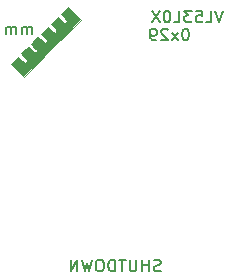
<source format=gbr>
G04 #@! TF.GenerationSoftware,KiCad,Pcbnew,(5.1.5)-3*
G04 #@! TF.CreationDate,2020-12-21T12:43:05+01:00*
G04 #@! TF.ProjectId,epimetheus_vl53l0x,6570696d-6574-4686-9575-735f766c3533,rev?*
G04 #@! TF.SameCoordinates,Original*
G04 #@! TF.FileFunction,Legend,Bot*
G04 #@! TF.FilePolarity,Positive*
%FSLAX46Y46*%
G04 Gerber Fmt 4.6, Leading zero omitted, Abs format (unit mm)*
G04 Created by KiCad (PCBNEW (5.1.5)-3) date 2020-12-21 12:43:05*
%MOMM*%
%LPD*%
G04 APERTURE LIST*
%ADD10C,0.150000*%
%ADD11C,0.010000*%
G04 APERTURE END LIST*
D10*
X164163238Y-21026380D02*
X164163238Y-20359714D01*
X164163238Y-20454952D02*
X164115619Y-20407333D01*
X164020380Y-20359714D01*
X163877523Y-20359714D01*
X163782285Y-20407333D01*
X163734666Y-20502571D01*
X163734666Y-21026380D01*
X163734666Y-20502571D02*
X163687047Y-20407333D01*
X163591809Y-20359714D01*
X163448952Y-20359714D01*
X163353714Y-20407333D01*
X163306095Y-20502571D01*
X163306095Y-21026380D01*
X162829904Y-21026380D02*
X162829904Y-20359714D01*
X162829904Y-20454952D02*
X162782285Y-20407333D01*
X162687047Y-20359714D01*
X162544190Y-20359714D01*
X162448952Y-20407333D01*
X162401333Y-20502571D01*
X162401333Y-21026380D01*
X162401333Y-20502571D02*
X162353714Y-20407333D01*
X162258476Y-20359714D01*
X162115619Y-20359714D01*
X162020380Y-20407333D01*
X161972761Y-20502571D01*
X161972761Y-21026380D01*
X175029333Y-41044761D02*
X174886476Y-41092380D01*
X174648380Y-41092380D01*
X174553142Y-41044761D01*
X174505523Y-40997142D01*
X174457904Y-40901904D01*
X174457904Y-40806666D01*
X174505523Y-40711428D01*
X174553142Y-40663809D01*
X174648380Y-40616190D01*
X174838857Y-40568571D01*
X174934095Y-40520952D01*
X174981714Y-40473333D01*
X175029333Y-40378095D01*
X175029333Y-40282857D01*
X174981714Y-40187619D01*
X174934095Y-40140000D01*
X174838857Y-40092380D01*
X174600761Y-40092380D01*
X174457904Y-40140000D01*
X174029333Y-41092380D02*
X174029333Y-40092380D01*
X174029333Y-40568571D02*
X173457904Y-40568571D01*
X173457904Y-41092380D02*
X173457904Y-40092380D01*
X172981714Y-40092380D02*
X172981714Y-40901904D01*
X172934095Y-40997142D01*
X172886476Y-41044761D01*
X172791238Y-41092380D01*
X172600761Y-41092380D01*
X172505523Y-41044761D01*
X172457904Y-40997142D01*
X172410285Y-40901904D01*
X172410285Y-40092380D01*
X172076952Y-40092380D02*
X171505523Y-40092380D01*
X171791238Y-41092380D02*
X171791238Y-40092380D01*
X171172190Y-41092380D02*
X171172190Y-40092380D01*
X170934095Y-40092380D01*
X170791238Y-40140000D01*
X170696000Y-40235238D01*
X170648380Y-40330476D01*
X170600761Y-40520952D01*
X170600761Y-40663809D01*
X170648380Y-40854285D01*
X170696000Y-40949523D01*
X170791238Y-41044761D01*
X170934095Y-41092380D01*
X171172190Y-41092380D01*
X169981714Y-40092380D02*
X169791238Y-40092380D01*
X169696000Y-40140000D01*
X169600761Y-40235238D01*
X169553142Y-40425714D01*
X169553142Y-40759047D01*
X169600761Y-40949523D01*
X169696000Y-41044761D01*
X169791238Y-41092380D01*
X169981714Y-41092380D01*
X170076952Y-41044761D01*
X170172190Y-40949523D01*
X170219809Y-40759047D01*
X170219809Y-40425714D01*
X170172190Y-40235238D01*
X170076952Y-40140000D01*
X169981714Y-40092380D01*
X169219809Y-40092380D02*
X168981714Y-41092380D01*
X168791238Y-40378095D01*
X168600761Y-41092380D01*
X168362666Y-40092380D01*
X167981714Y-41092380D02*
X167981714Y-40092380D01*
X167410285Y-41092380D01*
X167410285Y-40092380D01*
X177172761Y-20534380D02*
X177077523Y-20534380D01*
X176982285Y-20582000D01*
X176934666Y-20629619D01*
X176887047Y-20724857D01*
X176839428Y-20915333D01*
X176839428Y-21153428D01*
X176887047Y-21343904D01*
X176934666Y-21439142D01*
X176982285Y-21486761D01*
X177077523Y-21534380D01*
X177172761Y-21534380D01*
X177268000Y-21486761D01*
X177315619Y-21439142D01*
X177363238Y-21343904D01*
X177410857Y-21153428D01*
X177410857Y-20915333D01*
X177363238Y-20724857D01*
X177315619Y-20629619D01*
X177268000Y-20582000D01*
X177172761Y-20534380D01*
X176506095Y-21534380D02*
X175982285Y-20867714D01*
X176506095Y-20867714D02*
X175982285Y-21534380D01*
X175648952Y-20629619D02*
X175601333Y-20582000D01*
X175506095Y-20534380D01*
X175268000Y-20534380D01*
X175172761Y-20582000D01*
X175125142Y-20629619D01*
X175077523Y-20724857D01*
X175077523Y-20820095D01*
X175125142Y-20962952D01*
X175696571Y-21534380D01*
X175077523Y-21534380D01*
X174601333Y-21534380D02*
X174410857Y-21534380D01*
X174315619Y-21486761D01*
X174268000Y-21439142D01*
X174172761Y-21296285D01*
X174125142Y-21105809D01*
X174125142Y-20724857D01*
X174172761Y-20629619D01*
X174220380Y-20582000D01*
X174315619Y-20534380D01*
X174506095Y-20534380D01*
X174601333Y-20582000D01*
X174648952Y-20629619D01*
X174696571Y-20724857D01*
X174696571Y-20962952D01*
X174648952Y-21058190D01*
X174601333Y-21105809D01*
X174506095Y-21153428D01*
X174315619Y-21153428D01*
X174220380Y-21105809D01*
X174172761Y-21058190D01*
X174125142Y-20962952D01*
X180339619Y-19010380D02*
X180006285Y-20010380D01*
X179672952Y-19010380D01*
X178863428Y-20010380D02*
X179339619Y-20010380D01*
X179339619Y-19010380D01*
X178053904Y-19010380D02*
X178530095Y-19010380D01*
X178577714Y-19486571D01*
X178530095Y-19438952D01*
X178434857Y-19391333D01*
X178196761Y-19391333D01*
X178101523Y-19438952D01*
X178053904Y-19486571D01*
X178006285Y-19581809D01*
X178006285Y-19819904D01*
X178053904Y-19915142D01*
X178101523Y-19962761D01*
X178196761Y-20010380D01*
X178434857Y-20010380D01*
X178530095Y-19962761D01*
X178577714Y-19915142D01*
X177672952Y-19010380D02*
X177053904Y-19010380D01*
X177387238Y-19391333D01*
X177244380Y-19391333D01*
X177149142Y-19438952D01*
X177101523Y-19486571D01*
X177053904Y-19581809D01*
X177053904Y-19819904D01*
X177101523Y-19915142D01*
X177149142Y-19962761D01*
X177244380Y-20010380D01*
X177530095Y-20010380D01*
X177625333Y-19962761D01*
X177672952Y-19915142D01*
X176149142Y-20010380D02*
X176625333Y-20010380D01*
X176625333Y-19010380D01*
X175625333Y-19010380D02*
X175530095Y-19010380D01*
X175434857Y-19058000D01*
X175387238Y-19105619D01*
X175339619Y-19200857D01*
X175292000Y-19391333D01*
X175292000Y-19629428D01*
X175339619Y-19819904D01*
X175387238Y-19915142D01*
X175434857Y-19962761D01*
X175530095Y-20010380D01*
X175625333Y-20010380D01*
X175720571Y-19962761D01*
X175768190Y-19915142D01*
X175815809Y-19819904D01*
X175863428Y-19629428D01*
X175863428Y-19391333D01*
X175815809Y-19200857D01*
X175768190Y-19105619D01*
X175720571Y-19058000D01*
X175625333Y-19010380D01*
X174958666Y-19010380D02*
X174292000Y-20010380D01*
X174292000Y-19010380D02*
X174958666Y-20010380D01*
D11*
G36*
X167720653Y-19225835D02*
G01*
X167167247Y-18669853D01*
X166560295Y-19267679D01*
X166848154Y-19559933D01*
X167136013Y-19852186D01*
X167005215Y-19970556D01*
X166929910Y-20030901D01*
X166864456Y-20040464D01*
X166778391Y-19987429D01*
X166641253Y-19859982D01*
X166589541Y-19809342D01*
X166304665Y-19529757D01*
X165729290Y-20105132D01*
X165995386Y-20407433D01*
X166137614Y-20574662D01*
X166204612Y-20678373D01*
X166207982Y-20747726D01*
X166159329Y-20811879D01*
X166157186Y-20814030D01*
X166093121Y-20863677D01*
X166026247Y-20860111D01*
X165928502Y-20790615D01*
X165771820Y-20642473D01*
X165766028Y-20636791D01*
X165479165Y-20355257D01*
X164881257Y-20953165D01*
X165160842Y-21238041D01*
X165311246Y-21394944D01*
X165383930Y-21492241D01*
X165390707Y-21560396D01*
X165343393Y-21629871D01*
X165322056Y-21653715D01*
X165203686Y-21784513D01*
X164618908Y-21208527D01*
X164351454Y-21481042D01*
X164208993Y-21635280D01*
X164111977Y-21757689D01*
X164084000Y-21812250D01*
X164125328Y-21886244D01*
X164232114Y-22016367D01*
X164339887Y-22131673D01*
X164481381Y-22280595D01*
X164543892Y-22371040D01*
X164539000Y-22433565D01*
X164478830Y-22498235D01*
X164405794Y-22552099D01*
X164337464Y-22549449D01*
X164242005Y-22477410D01*
X164114807Y-22351034D01*
X163967839Y-22211483D01*
X163850542Y-22119583D01*
X163803642Y-22098000D01*
X163727098Y-22139457D01*
X163594367Y-22246899D01*
X163469431Y-22363109D01*
X163199305Y-22628218D01*
X163451153Y-22901441D01*
X163608410Y-23080231D01*
X163683304Y-23197647D01*
X163684677Y-23280691D01*
X163621370Y-23356366D01*
X163604744Y-23370496D01*
X163535588Y-23403640D01*
X163452011Y-23375808D01*
X163326383Y-23273265D01*
X163237224Y-23187779D01*
X162967960Y-22923517D01*
X162669118Y-23226921D01*
X162370276Y-23530326D01*
X162910184Y-24067429D01*
X163450092Y-24604533D01*
X165862076Y-22193175D01*
X168274060Y-19781818D01*
X167720653Y-19225835D01*
G37*
X167720653Y-19225835D02*
X167167247Y-18669853D01*
X166560295Y-19267679D01*
X166848154Y-19559933D01*
X167136013Y-19852186D01*
X167005215Y-19970556D01*
X166929910Y-20030901D01*
X166864456Y-20040464D01*
X166778391Y-19987429D01*
X166641253Y-19859982D01*
X166589541Y-19809342D01*
X166304665Y-19529757D01*
X165729290Y-20105132D01*
X165995386Y-20407433D01*
X166137614Y-20574662D01*
X166204612Y-20678373D01*
X166207982Y-20747726D01*
X166159329Y-20811879D01*
X166157186Y-20814030D01*
X166093121Y-20863677D01*
X166026247Y-20860111D01*
X165928502Y-20790615D01*
X165771820Y-20642473D01*
X165766028Y-20636791D01*
X165479165Y-20355257D01*
X164881257Y-20953165D01*
X165160842Y-21238041D01*
X165311246Y-21394944D01*
X165383930Y-21492241D01*
X165390707Y-21560396D01*
X165343393Y-21629871D01*
X165322056Y-21653715D01*
X165203686Y-21784513D01*
X164618908Y-21208527D01*
X164351454Y-21481042D01*
X164208993Y-21635280D01*
X164111977Y-21757689D01*
X164084000Y-21812250D01*
X164125328Y-21886244D01*
X164232114Y-22016367D01*
X164339887Y-22131673D01*
X164481381Y-22280595D01*
X164543892Y-22371040D01*
X164539000Y-22433565D01*
X164478830Y-22498235D01*
X164405794Y-22552099D01*
X164337464Y-22549449D01*
X164242005Y-22477410D01*
X164114807Y-22351034D01*
X163967839Y-22211483D01*
X163850542Y-22119583D01*
X163803642Y-22098000D01*
X163727098Y-22139457D01*
X163594367Y-22246899D01*
X163469431Y-22363109D01*
X163199305Y-22628218D01*
X163451153Y-22901441D01*
X163608410Y-23080231D01*
X163683304Y-23197647D01*
X163684677Y-23280691D01*
X163621370Y-23356366D01*
X163604744Y-23370496D01*
X163535588Y-23403640D01*
X163452011Y-23375808D01*
X163326383Y-23273265D01*
X163237224Y-23187779D01*
X162967960Y-22923517D01*
X162669118Y-23226921D01*
X162370276Y-23530326D01*
X162910184Y-24067429D01*
X163450092Y-24604533D01*
X165862076Y-22193175D01*
X168274060Y-19781818D01*
X167720653Y-19225835D01*
M02*

</source>
